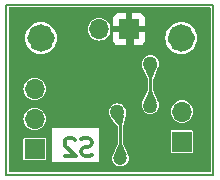
<source format=gbl>
%TF.GenerationSoftware,KiCad,Pcbnew,7.0.2*%
%TF.CreationDate,2025-03-07T16:02:18-05:00*%
%TF.ProjectId,2PAM8904,3250414d-3839-4303-942e-6b696361645f,rev?*%
%TF.SameCoordinates,Original*%
%TF.FileFunction,Copper,L2,Bot*%
%TF.FilePolarity,Positive*%
%FSLAX46Y46*%
G04 Gerber Fmt 4.6, Leading zero omitted, Abs format (unit mm)*
G04 Created by KiCad (PCBNEW 7.0.2) date 2025-03-07 16:02:18*
%MOMM*%
%LPD*%
G01*
G04 APERTURE LIST*
%TA.AperFunction,NonConductor*%
%ADD10C,0.200000*%
%TD*%
%TA.AperFunction,NonConductor*%
%ADD11C,1.150000*%
%TD*%
%ADD12C,0.300000*%
%TA.AperFunction,NonConductor*%
%ADD13C,0.300000*%
%TD*%
%TA.AperFunction,ComponentPad*%
%ADD14R,1.700000X1.700000*%
%TD*%
%TA.AperFunction,ComponentPad*%
%ADD15O,1.700000X1.700000*%
%TD*%
%TA.AperFunction,ViaPad*%
%ADD16C,1.270000*%
%TD*%
%TA.AperFunction,ViaPad*%
%ADD17C,1.200000*%
%TD*%
%TA.AperFunction,Conductor*%
%ADD18C,0.250000*%
%TD*%
%TA.AperFunction,Conductor*%
%ADD19C,0.500000*%
%TD*%
G04 APERTURE END LIST*
D10*
X107569000Y-80645000D02*
X125095000Y-80645000D01*
D11*
X122952200Y-83439000D02*
G75*
G03*
X122952200Y-83439000I-575000J0D01*
G01*
D10*
X125095000Y-94996000D02*
X107569000Y-94996000D01*
X125095000Y-80645000D02*
X125095000Y-94996000D01*
X107569000Y-94996000D02*
X107569000Y-80645000D01*
D11*
X111065000Y-83439000D02*
G75*
G03*
X111065000Y-83439000I-575000J0D01*
G01*
D12*
D13*
X114776285Y-93344000D02*
X114562000Y-93415428D01*
X114562000Y-93415428D02*
X114204857Y-93415428D01*
X114204857Y-93415428D02*
X114062000Y-93344000D01*
X114062000Y-93344000D02*
X113990571Y-93272571D01*
X113990571Y-93272571D02*
X113919142Y-93129714D01*
X113919142Y-93129714D02*
X113919142Y-92986857D01*
X113919142Y-92986857D02*
X113990571Y-92844000D01*
X113990571Y-92844000D02*
X114062000Y-92772571D01*
X114062000Y-92772571D02*
X114204857Y-92701142D01*
X114204857Y-92701142D02*
X114490571Y-92629714D01*
X114490571Y-92629714D02*
X114633428Y-92558285D01*
X114633428Y-92558285D02*
X114704857Y-92486857D01*
X114704857Y-92486857D02*
X114776285Y-92344000D01*
X114776285Y-92344000D02*
X114776285Y-92201142D01*
X114776285Y-92201142D02*
X114704857Y-92058285D01*
X114704857Y-92058285D02*
X114633428Y-91986857D01*
X114633428Y-91986857D02*
X114490571Y-91915428D01*
X114490571Y-91915428D02*
X114133428Y-91915428D01*
X114133428Y-91915428D02*
X113919142Y-91986857D01*
X113347714Y-92058285D02*
X113276286Y-91986857D01*
X113276286Y-91986857D02*
X113133429Y-91915428D01*
X113133429Y-91915428D02*
X112776286Y-91915428D01*
X112776286Y-91915428D02*
X112633429Y-91986857D01*
X112633429Y-91986857D02*
X112562000Y-92058285D01*
X112562000Y-92058285D02*
X112490571Y-92201142D01*
X112490571Y-92201142D02*
X112490571Y-92344000D01*
X112490571Y-92344000D02*
X112562000Y-92558285D01*
X112562000Y-92558285D02*
X113419143Y-93415428D01*
X113419143Y-93415428D02*
X112490571Y-93415428D01*
D14*
%TO.P,OUT,1,Pin_1*%
%TO.N,Net-(OUT1-Pin_1)*%
X122428000Y-92202000D03*
D15*
%TO.P,OUT,2,Pin_2*%
%TO.N,Net-(OUT1-Pin_2)*%
X122428000Y-89662000D03*
%TD*%
D14*
%TO.P,EN1,1,Pin_1*%
%TO.N,Net-(EN1-Pin_1)*%
X109957000Y-92837000D03*
D15*
%TO.P,EN1,2,Pin_2*%
%TO.N,Net-(EN1-Pin_2)*%
X109957000Y-90297000D03*
%TO.P,EN1,3,Pin_3*%
%TO.N,Net-(EN1-Pin_3)*%
X109957000Y-87757000D03*
%TD*%
D14*
%TO.P,IN,1,Pin_1*%
%TO.N,GND*%
X117963000Y-82702000D03*
D15*
%TO.P,IN,2,Pin_2*%
%TO.N,Net-(INe1-Pin_2)*%
X115423000Y-82702000D03*
%TD*%
D16*
%TO.N,Net-(PAM8904EGPR1-CP1)*%
X116967000Y-89707501D03*
D17*
X117221000Y-93599000D03*
D16*
%TO.N,Net-(PAM8904EGPR1-CN2)*%
X119761000Y-89154000D03*
X119761000Y-85598000D03*
D17*
%TO.N,GND*%
X118872000Y-93091000D03*
%TD*%
D18*
%TO.N,Net-(PAM8904EGPR1-CP1)*%
X117221000Y-89961501D02*
X116967000Y-89707501D01*
X117221000Y-93599000D02*
X117221000Y-89961501D01*
%TO.N,Net-(PAM8904EGPR1-CN2)*%
X119761000Y-85598000D02*
X119761000Y-89154000D01*
%TO.N,GND*%
X117963000Y-82702000D02*
X118110000Y-82849000D01*
D19*
X118872000Y-91059000D02*
X118872000Y-93091000D01*
X118110000Y-82849000D02*
X118110000Y-90297000D01*
X118110000Y-90297000D02*
X118872000Y-91059000D01*
%TD*%
%TA.AperFunction,Conductor*%
%TO.N,Net-(PAM8904EGPR1-CN2)*%
G36*
X120336552Y-85836382D02*
G01*
X120342874Y-85842722D01*
X120342861Y-85851677D01*
X120342729Y-85851981D01*
X119889103Y-86861097D01*
X119882586Y-86867238D01*
X119878432Y-86868000D01*
X119643568Y-86868000D01*
X119635295Y-86864573D01*
X119632897Y-86861097D01*
X119179270Y-85851981D01*
X119179003Y-85843030D01*
X119185144Y-85836513D01*
X119185375Y-85836412D01*
X119756508Y-85598867D01*
X119765460Y-85598855D01*
X120336552Y-85836382D01*
G37*
%TD.AperFunction*%
%TD*%
%TA.AperFunction,Conductor*%
%TO.N,Net-(PAM8904EGPR1-CP1)*%
G36*
X117346655Y-92402427D02*
G01*
X117349082Y-92405966D01*
X117770487Y-93358449D01*
X117770700Y-93367401D01*
X117764521Y-93373883D01*
X117764281Y-93373985D01*
X117225494Y-93598130D01*
X117216539Y-93598144D01*
X117216506Y-93598130D01*
X116677718Y-93373985D01*
X116671396Y-93367644D01*
X116671410Y-93358689D01*
X116671497Y-93358483D01*
X117092918Y-92405965D01*
X117099400Y-92399787D01*
X117103618Y-92399000D01*
X117338382Y-92399000D01*
X117346655Y-92402427D01*
G37*
%TD.AperFunction*%
%TD*%
%TA.AperFunction,Conductor*%
%TO.N,Net-(PAM8904EGPR1-CP1)*%
G36*
X116974237Y-89709511D02*
G01*
X117544682Y-89946769D01*
X117551005Y-89953110D01*
X117551630Y-89960018D01*
X117347978Y-90912564D01*
X117342898Y-90919938D01*
X117336537Y-90921818D01*
X117101825Y-90921818D01*
X117093552Y-90918391D01*
X117092489Y-90917169D01*
X116524116Y-90164629D01*
X116521864Y-90155962D01*
X116525169Y-90149315D01*
X116961464Y-89712049D01*
X116969731Y-89708614D01*
X116974237Y-89709511D01*
G37*
%TD.AperFunction*%
%TD*%
%TA.AperFunction,Conductor*%
%TO.N,GND*%
G36*
X124880148Y-80859852D02*
G01*
X124894500Y-80894500D01*
X124894500Y-94746500D01*
X124880148Y-94781148D01*
X124845500Y-94795500D01*
X107818500Y-94795500D01*
X107783852Y-94781148D01*
X107769500Y-94746500D01*
X107769500Y-93913785D01*
X111440071Y-93913785D01*
X111440072Y-93913786D01*
X115376786Y-93913786D01*
X115376786Y-91034214D01*
X111440072Y-91034214D01*
X111440071Y-93913785D01*
X107769500Y-93913785D01*
X107769500Y-93696897D01*
X109006500Y-93696897D01*
X109012330Y-93726213D01*
X109034542Y-93759456D01*
X109034543Y-93759457D01*
X109067787Y-93781669D01*
X109097101Y-93787500D01*
X110816898Y-93787499D01*
X110846213Y-93781669D01*
X110879457Y-93759457D01*
X110901669Y-93726213D01*
X110907500Y-93696899D01*
X110907499Y-91977102D01*
X110901669Y-91947787D01*
X110901669Y-91947786D01*
X110879457Y-91914543D01*
X110879456Y-91914542D01*
X110846213Y-91892331D01*
X110846212Y-91892330D01*
X110846211Y-91892330D01*
X110816900Y-91886500D01*
X109097102Y-91886500D01*
X109067786Y-91892330D01*
X109034543Y-91914542D01*
X109012330Y-91947788D01*
X109006500Y-91977099D01*
X109006500Y-93696897D01*
X107769500Y-93696897D01*
X107769500Y-90296999D01*
X109001901Y-90296999D01*
X109020252Y-90483331D01*
X109074604Y-90662502D01*
X109162864Y-90827626D01*
X109281642Y-90972357D01*
X109426373Y-91091135D01*
X109426375Y-91091136D01*
X109591499Y-91179396D01*
X109692650Y-91210080D01*
X109770668Y-91233747D01*
X109787374Y-91235392D01*
X109957000Y-91252099D01*
X110143331Y-91233747D01*
X110322501Y-91179396D01*
X110487625Y-91091136D01*
X110632357Y-90972357D01*
X110751136Y-90827625D01*
X110839396Y-90662501D01*
X110893747Y-90483331D01*
X110912099Y-90297000D01*
X110893747Y-90110669D01*
X110839396Y-89931499D01*
X110780257Y-89820856D01*
X110751135Y-89766373D01*
X110702820Y-89707501D01*
X116226846Y-89707501D01*
X116245402Y-89872201D01*
X116300143Y-90028642D01*
X116388324Y-90168979D01*
X116426925Y-90207580D01*
X116436387Y-90220890D01*
X116439929Y-90228212D01*
X116612073Y-90456135D01*
X116974590Y-90936116D01*
X116985601Y-90950694D01*
X116995500Y-90980226D01*
X116995500Y-92355045D01*
X116991311Y-92374870D01*
X116574309Y-93317438D01*
X116574220Y-93317647D01*
X116570047Y-93338173D01*
X116567846Y-93345784D01*
X116535859Y-93430127D01*
X116515355Y-93599000D01*
X116535859Y-93767872D01*
X116584448Y-93895990D01*
X116596182Y-93926930D01*
X116692817Y-94066929D01*
X116820148Y-94179734D01*
X116970775Y-94258790D01*
X117053359Y-94279145D01*
X117135943Y-94299500D01*
X117135944Y-94299500D01*
X117306057Y-94299500D01*
X117361112Y-94285930D01*
X117471225Y-94258790D01*
X117621852Y-94179734D01*
X117749183Y-94066929D01*
X117845818Y-93926930D01*
X117906140Y-93767872D01*
X117926645Y-93599000D01*
X117906140Y-93430128D01*
X117874242Y-93346020D01*
X117872249Y-93339373D01*
X117866966Y-93315764D01*
X117754648Y-93061897D01*
X121477500Y-93061897D01*
X121483330Y-93091213D01*
X121505542Y-93124456D01*
X121505543Y-93124457D01*
X121538787Y-93146669D01*
X121568101Y-93152500D01*
X123287898Y-93152499D01*
X123317213Y-93146669D01*
X123350457Y-93124457D01*
X123372669Y-93091213D01*
X123378500Y-93061899D01*
X123378499Y-91342102D01*
X123372669Y-91312787D01*
X123372669Y-91312786D01*
X123350457Y-91279543D01*
X123350456Y-91279542D01*
X123317213Y-91257331D01*
X123317212Y-91257330D01*
X123317211Y-91257330D01*
X123287900Y-91251500D01*
X121568102Y-91251500D01*
X121538786Y-91257330D01*
X121505543Y-91279542D01*
X121483330Y-91312788D01*
X121477500Y-91342099D01*
X121477500Y-93061897D01*
X117754648Y-93061897D01*
X117450690Y-92374873D01*
X117446500Y-92355048D01*
X117446500Y-90955510D01*
X117450500Y-90936119D01*
X117451146Y-90934621D01*
X117654798Y-89982075D01*
X117655354Y-89972832D01*
X117658016Y-89959595D01*
X117688597Y-89872202D01*
X117694382Y-89820856D01*
X117707154Y-89707501D01*
X117688597Y-89542801D01*
X117674623Y-89502864D01*
X117633856Y-89386359D01*
X117545675Y-89246022D01*
X117453653Y-89154000D01*
X119020846Y-89154000D01*
X119039402Y-89318700D01*
X119094143Y-89475141D01*
X119182324Y-89615477D01*
X119182324Y-89615478D01*
X119299522Y-89732676D01*
X119351677Y-89765447D01*
X119439858Y-89820856D01*
X119596299Y-89875597D01*
X119614856Y-89877687D01*
X119761000Y-89894154D01*
X119925700Y-89875597D01*
X120082141Y-89820856D01*
X120222478Y-89732676D01*
X120293155Y-89661999D01*
X121472901Y-89661999D01*
X121491252Y-89848331D01*
X121545604Y-90027502D01*
X121633864Y-90192626D01*
X121752642Y-90337357D01*
X121897373Y-90456135D01*
X121948254Y-90483331D01*
X122062499Y-90544396D01*
X122163650Y-90575080D01*
X122241668Y-90598747D01*
X122260019Y-90600554D01*
X122428000Y-90617099D01*
X122614331Y-90598747D01*
X122793501Y-90544396D01*
X122958625Y-90456136D01*
X123103357Y-90337357D01*
X123222136Y-90192625D01*
X123310396Y-90027501D01*
X123364747Y-89848331D01*
X123383099Y-89662000D01*
X123364747Y-89475669D01*
X123310396Y-89296499D01*
X123222136Y-89131375D01*
X123222135Y-89131373D01*
X123103357Y-88986642D01*
X122958626Y-88867864D01*
X122793502Y-88779604D01*
X122614331Y-88725252D01*
X122428000Y-88706901D01*
X122241668Y-88725252D01*
X122062497Y-88779604D01*
X121897373Y-88867864D01*
X121752642Y-88986642D01*
X121633864Y-89131373D01*
X121545604Y-89296497D01*
X121491252Y-89475668D01*
X121472901Y-89661999D01*
X120293155Y-89661999D01*
X120339676Y-89615478D01*
X120427856Y-89475141D01*
X120482597Y-89318700D01*
X120501154Y-89154000D01*
X120482597Y-88989300D01*
X120482597Y-88989298D01*
X120445098Y-88882136D01*
X120443595Y-88876937D01*
X120438953Y-88856759D01*
X119990808Y-87859837D01*
X119986500Y-87839747D01*
X119986500Y-86912251D01*
X119990808Y-86892161D01*
X120023133Y-86820252D01*
X120439500Y-85894000D01*
X120439632Y-85893696D01*
X120443211Y-85876524D01*
X120444922Y-85870364D01*
X120482597Y-85762700D01*
X120501154Y-85598000D01*
X120482597Y-85433300D01*
X120427856Y-85276859D01*
X120427856Y-85276858D01*
X120339675Y-85136521D01*
X120222478Y-85019324D01*
X120082141Y-84931143D01*
X119925700Y-84876402D01*
X119777676Y-84859725D01*
X119761000Y-84857846D01*
X119760999Y-84857846D01*
X119596299Y-84876402D01*
X119439858Y-84931143D01*
X119299521Y-85019324D01*
X119182324Y-85136521D01*
X119094143Y-85276858D01*
X119039402Y-85433299D01*
X119020846Y-85597999D01*
X119039403Y-85762702D01*
X119076900Y-85869864D01*
X119078402Y-85875059D01*
X119081389Y-85888041D01*
X119083045Y-85895237D01*
X119531192Y-86892161D01*
X119535500Y-86912251D01*
X119535500Y-87839745D01*
X119531192Y-87859835D01*
X119082335Y-88858376D01*
X119082228Y-88858623D01*
X119078697Y-88875697D01*
X119076963Y-88881955D01*
X119039403Y-88989297D01*
X119020846Y-89154000D01*
X117453653Y-89154000D01*
X117428478Y-89128825D01*
X117288141Y-89040644D01*
X117131700Y-88985903D01*
X116983676Y-88969226D01*
X116967000Y-88967347D01*
X116966999Y-88967347D01*
X116802299Y-88985903D01*
X116645858Y-89040644D01*
X116505521Y-89128825D01*
X116388324Y-89246022D01*
X116300143Y-89386359D01*
X116245402Y-89542800D01*
X116226846Y-89707501D01*
X110702820Y-89707501D01*
X110632357Y-89621642D01*
X110487626Y-89502864D01*
X110322502Y-89414604D01*
X110143331Y-89360252D01*
X109957000Y-89341901D01*
X109770668Y-89360252D01*
X109591497Y-89414604D01*
X109426373Y-89502864D01*
X109281642Y-89621642D01*
X109162864Y-89766373D01*
X109074604Y-89931497D01*
X109020252Y-90110668D01*
X109001901Y-90296999D01*
X107769500Y-90296999D01*
X107769500Y-87756999D01*
X109001901Y-87756999D01*
X109020252Y-87943331D01*
X109074604Y-88122502D01*
X109162864Y-88287626D01*
X109281642Y-88432357D01*
X109426373Y-88551135D01*
X109426375Y-88551136D01*
X109591499Y-88639396D01*
X109692650Y-88670080D01*
X109770668Y-88693747D01*
X109787374Y-88695392D01*
X109957000Y-88712099D01*
X110143331Y-88693747D01*
X110322501Y-88639396D01*
X110487625Y-88551136D01*
X110632357Y-88432357D01*
X110751136Y-88287625D01*
X110839396Y-88122501D01*
X110893747Y-87943331D01*
X110912099Y-87757000D01*
X110893747Y-87570669D01*
X110839396Y-87391499D01*
X110751136Y-87226375D01*
X110751135Y-87226373D01*
X110632357Y-87081642D01*
X110487626Y-86962864D01*
X110322502Y-86874604D01*
X110143331Y-86820252D01*
X109957000Y-86801901D01*
X109770668Y-86820252D01*
X109591497Y-86874604D01*
X109426373Y-86962864D01*
X109281642Y-87081642D01*
X109162864Y-87226373D01*
X109074604Y-87391497D01*
X109020252Y-87570668D01*
X109001901Y-87756999D01*
X107769500Y-87756999D01*
X107769500Y-83439000D01*
X109134341Y-83439000D01*
X109154937Y-83674412D01*
X109216096Y-83902662D01*
X109315963Y-84116826D01*
X109451506Y-84310403D01*
X109618596Y-84477493D01*
X109618599Y-84477495D01*
X109812171Y-84613035D01*
X109812172Y-84613035D01*
X109812173Y-84613036D01*
X110026337Y-84712903D01*
X110254587Y-84774062D01*
X110254588Y-84774062D01*
X110254592Y-84774063D01*
X110431034Y-84789500D01*
X110432110Y-84789500D01*
X110547890Y-84789500D01*
X110548966Y-84789500D01*
X110725408Y-84774063D01*
X110953663Y-84712903D01*
X111167829Y-84613035D01*
X111361401Y-84477495D01*
X111528495Y-84310401D01*
X111664035Y-84116830D01*
X111763903Y-83902663D01*
X111825063Y-83674408D01*
X111845659Y-83439000D01*
X111825063Y-83203592D01*
X111824636Y-83202000D01*
X111763903Y-82975337D01*
X111664036Y-82761173D01*
X111622602Y-82701999D01*
X114467901Y-82701999D01*
X114486252Y-82888331D01*
X114540604Y-83067502D01*
X114628864Y-83232626D01*
X114747642Y-83377357D01*
X114892373Y-83496135D01*
X114892375Y-83496136D01*
X115057499Y-83584396D01*
X115112703Y-83601142D01*
X115236668Y-83638747D01*
X115255020Y-83640554D01*
X115423000Y-83657099D01*
X115609331Y-83638747D01*
X115741984Y-83598507D01*
X116613000Y-83598507D01*
X116613141Y-83601142D01*
X116619401Y-83659372D01*
X116669648Y-83794091D01*
X116755811Y-83909188D01*
X116870908Y-83995351D01*
X117005627Y-84045598D01*
X117063857Y-84051858D01*
X117066492Y-84052000D01*
X117713000Y-84052000D01*
X117713000Y-83137501D01*
X117820685Y-83186680D01*
X117927237Y-83202000D01*
X117998763Y-83202000D01*
X118105315Y-83186680D01*
X118213000Y-83137501D01*
X118213000Y-84052000D01*
X118859508Y-84052000D01*
X118862142Y-84051858D01*
X118920372Y-84045598D01*
X119055091Y-83995351D01*
X119170188Y-83909188D01*
X119256351Y-83794091D01*
X119306598Y-83659372D01*
X119312858Y-83601142D01*
X119313000Y-83598507D01*
X119313000Y-83439000D01*
X121021541Y-83439000D01*
X121042137Y-83674412D01*
X121103296Y-83902662D01*
X121203163Y-84116826D01*
X121338706Y-84310403D01*
X121505796Y-84477493D01*
X121505799Y-84477495D01*
X121699371Y-84613035D01*
X121699372Y-84613035D01*
X121699373Y-84613036D01*
X121913537Y-84712903D01*
X122141787Y-84774062D01*
X122141788Y-84774062D01*
X122141792Y-84774063D01*
X122318234Y-84789500D01*
X122319310Y-84789500D01*
X122435090Y-84789500D01*
X122436166Y-84789500D01*
X122612608Y-84774063D01*
X122840863Y-84712903D01*
X123055029Y-84613035D01*
X123248601Y-84477495D01*
X123415695Y-84310401D01*
X123551235Y-84116830D01*
X123651103Y-83902663D01*
X123712263Y-83674408D01*
X123732859Y-83439000D01*
X123712263Y-83203592D01*
X123711836Y-83202000D01*
X123651103Y-82975337D01*
X123551236Y-82761173D01*
X123415693Y-82567596D01*
X123248603Y-82400506D01*
X123055026Y-82264963D01*
X122840862Y-82165096D01*
X122612612Y-82103937D01*
X122437232Y-82088593D01*
X122437225Y-82088592D01*
X122436166Y-82088500D01*
X122318234Y-82088500D01*
X122317174Y-82088592D01*
X122317167Y-82088593D01*
X122141787Y-82103937D01*
X121913537Y-82165096D01*
X121699373Y-82264963D01*
X121505796Y-82400506D01*
X121338703Y-82567599D01*
X121203165Y-82761167D01*
X121103296Y-82975337D01*
X121042137Y-83203587D01*
X121021541Y-83439000D01*
X119313000Y-83439000D01*
X119313000Y-82952000D01*
X118396686Y-82952000D01*
X118422493Y-82911844D01*
X118463000Y-82773889D01*
X118463000Y-82630111D01*
X118422493Y-82492156D01*
X118396686Y-82452000D01*
X119313000Y-82452000D01*
X119313000Y-81805492D01*
X119312858Y-81802857D01*
X119306598Y-81744627D01*
X119256351Y-81609908D01*
X119170188Y-81494811D01*
X119055091Y-81408648D01*
X118920372Y-81358401D01*
X118862142Y-81352141D01*
X118859508Y-81352000D01*
X118213000Y-81352000D01*
X118213000Y-82266498D01*
X118105315Y-82217320D01*
X117998763Y-82202000D01*
X117927237Y-82202000D01*
X117820685Y-82217320D01*
X117713000Y-82266498D01*
X117713000Y-81352000D01*
X117066492Y-81352000D01*
X117063857Y-81352141D01*
X117005627Y-81358401D01*
X116870908Y-81408648D01*
X116755811Y-81494811D01*
X116669648Y-81609908D01*
X116619401Y-81744627D01*
X116613141Y-81802857D01*
X116613000Y-81805492D01*
X116613000Y-82452000D01*
X117529314Y-82452000D01*
X117503507Y-82492156D01*
X117463000Y-82630111D01*
X117463000Y-82773889D01*
X117503507Y-82911844D01*
X117529314Y-82952000D01*
X116613000Y-82952000D01*
X116613000Y-83598507D01*
X115741984Y-83598507D01*
X115788501Y-83584396D01*
X115953625Y-83496136D01*
X116098357Y-83377357D01*
X116217136Y-83232625D01*
X116305396Y-83067501D01*
X116359747Y-82888331D01*
X116378099Y-82702000D01*
X116359747Y-82515669D01*
X116352614Y-82492156D01*
X116305395Y-82336497D01*
X116217135Y-82171373D01*
X116098357Y-82026642D01*
X115953626Y-81907864D01*
X115788502Y-81819604D01*
X115609331Y-81765252D01*
X115439705Y-81748546D01*
X115423000Y-81746901D01*
X115422999Y-81746901D01*
X115236668Y-81765252D01*
X115057497Y-81819604D01*
X114892373Y-81907864D01*
X114747642Y-82026642D01*
X114628864Y-82171373D01*
X114540604Y-82336497D01*
X114486252Y-82515668D01*
X114467901Y-82701999D01*
X111622602Y-82701999D01*
X111528493Y-82567596D01*
X111361403Y-82400506D01*
X111167826Y-82264963D01*
X110953662Y-82165096D01*
X110725412Y-82103937D01*
X110550032Y-82088593D01*
X110550025Y-82088592D01*
X110548966Y-82088500D01*
X110431034Y-82088500D01*
X110429974Y-82088592D01*
X110429967Y-82088593D01*
X110254587Y-82103937D01*
X110026337Y-82165096D01*
X109812173Y-82264963D01*
X109618596Y-82400506D01*
X109451503Y-82567599D01*
X109315965Y-82761167D01*
X109216096Y-82975337D01*
X109154937Y-83203587D01*
X109134341Y-83439000D01*
X107769500Y-83439000D01*
X107769500Y-80894500D01*
X107783852Y-80859852D01*
X107818500Y-80845500D01*
X124845500Y-80845500D01*
X124880148Y-80859852D01*
G37*
%TD.AperFunction*%
%TD*%
%TA.AperFunction,Conductor*%
%TO.N,Net-(PAM8904EGPR1-CN2)*%
G36*
X119886705Y-87887427D02*
G01*
X119889103Y-87890903D01*
X120342729Y-88900018D01*
X120342996Y-88908969D01*
X120336855Y-88915486D01*
X120336551Y-88915618D01*
X119765492Y-89153131D01*
X119756537Y-89153143D01*
X119185447Y-88915617D01*
X119179125Y-88909277D01*
X119179138Y-88900322D01*
X119179243Y-88900078D01*
X119632896Y-87890903D01*
X119639414Y-87884762D01*
X119643568Y-87884000D01*
X119878432Y-87884000D01*
X119886705Y-87887427D01*
G37*
%TD.AperFunction*%
%TD*%
M02*

</source>
